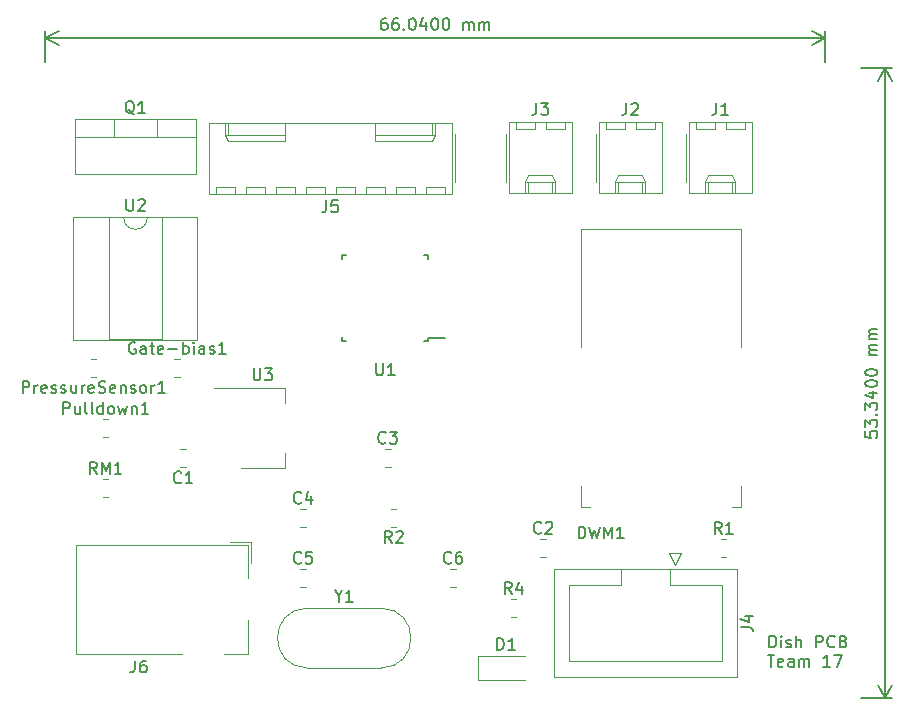
<source format=gbr>
G04 #@! TF.GenerationSoftware,KiCad,Pcbnew,7.0.10*
G04 #@! TF.CreationDate,2024-04-04T22:49:59-05:00*
G04 #@! TF.ProjectId,key,6b65792e-6b69-4636-9164-5f7063625858,rev?*
G04 #@! TF.SameCoordinates,Original*
G04 #@! TF.FileFunction,Legend,Top*
G04 #@! TF.FilePolarity,Positive*
%FSLAX46Y46*%
G04 Gerber Fmt 4.6, Leading zero omitted, Abs format (unit mm)*
G04 Created by KiCad (PCBNEW 7.0.10) date 2024-04-04 22:49:59*
%MOMM*%
%LPD*%
G01*
G04 APERTURE LIST*
%ADD10C,0.150000*%
%ADD11C,0.120000*%
G04 APERTURE END LIST*
D10*
X185756779Y-102399819D02*
X185756779Y-101399819D01*
X185756779Y-101399819D02*
X185994874Y-101399819D01*
X185994874Y-101399819D02*
X186137731Y-101447438D01*
X186137731Y-101447438D02*
X186232969Y-101542676D01*
X186232969Y-101542676D02*
X186280588Y-101637914D01*
X186280588Y-101637914D02*
X186328207Y-101828390D01*
X186328207Y-101828390D02*
X186328207Y-101971247D01*
X186328207Y-101971247D02*
X186280588Y-102161723D01*
X186280588Y-102161723D02*
X186232969Y-102256961D01*
X186232969Y-102256961D02*
X186137731Y-102352200D01*
X186137731Y-102352200D02*
X185994874Y-102399819D01*
X185994874Y-102399819D02*
X185756779Y-102399819D01*
X186756779Y-102399819D02*
X186756779Y-101733152D01*
X186756779Y-101399819D02*
X186709160Y-101447438D01*
X186709160Y-101447438D02*
X186756779Y-101495057D01*
X186756779Y-101495057D02*
X186804398Y-101447438D01*
X186804398Y-101447438D02*
X186756779Y-101399819D01*
X186756779Y-101399819D02*
X186756779Y-101495057D01*
X187185350Y-102352200D02*
X187280588Y-102399819D01*
X187280588Y-102399819D02*
X187471064Y-102399819D01*
X187471064Y-102399819D02*
X187566302Y-102352200D01*
X187566302Y-102352200D02*
X187613921Y-102256961D01*
X187613921Y-102256961D02*
X187613921Y-102209342D01*
X187613921Y-102209342D02*
X187566302Y-102114104D01*
X187566302Y-102114104D02*
X187471064Y-102066485D01*
X187471064Y-102066485D02*
X187328207Y-102066485D01*
X187328207Y-102066485D02*
X187232969Y-102018866D01*
X187232969Y-102018866D02*
X187185350Y-101923628D01*
X187185350Y-101923628D02*
X187185350Y-101876009D01*
X187185350Y-101876009D02*
X187232969Y-101780771D01*
X187232969Y-101780771D02*
X187328207Y-101733152D01*
X187328207Y-101733152D02*
X187471064Y-101733152D01*
X187471064Y-101733152D02*
X187566302Y-101780771D01*
X188042493Y-102399819D02*
X188042493Y-101399819D01*
X188471064Y-102399819D02*
X188471064Y-101876009D01*
X188471064Y-101876009D02*
X188423445Y-101780771D01*
X188423445Y-101780771D02*
X188328207Y-101733152D01*
X188328207Y-101733152D02*
X188185350Y-101733152D01*
X188185350Y-101733152D02*
X188090112Y-101780771D01*
X188090112Y-101780771D02*
X188042493Y-101828390D01*
X189709160Y-102399819D02*
X189709160Y-101399819D01*
X189709160Y-101399819D02*
X190090112Y-101399819D01*
X190090112Y-101399819D02*
X190185350Y-101447438D01*
X190185350Y-101447438D02*
X190232969Y-101495057D01*
X190232969Y-101495057D02*
X190280588Y-101590295D01*
X190280588Y-101590295D02*
X190280588Y-101733152D01*
X190280588Y-101733152D02*
X190232969Y-101828390D01*
X190232969Y-101828390D02*
X190185350Y-101876009D01*
X190185350Y-101876009D02*
X190090112Y-101923628D01*
X190090112Y-101923628D02*
X189709160Y-101923628D01*
X191280588Y-102304580D02*
X191232969Y-102352200D01*
X191232969Y-102352200D02*
X191090112Y-102399819D01*
X191090112Y-102399819D02*
X190994874Y-102399819D01*
X190994874Y-102399819D02*
X190852017Y-102352200D01*
X190852017Y-102352200D02*
X190756779Y-102256961D01*
X190756779Y-102256961D02*
X190709160Y-102161723D01*
X190709160Y-102161723D02*
X190661541Y-101971247D01*
X190661541Y-101971247D02*
X190661541Y-101828390D01*
X190661541Y-101828390D02*
X190709160Y-101637914D01*
X190709160Y-101637914D02*
X190756779Y-101542676D01*
X190756779Y-101542676D02*
X190852017Y-101447438D01*
X190852017Y-101447438D02*
X190994874Y-101399819D01*
X190994874Y-101399819D02*
X191090112Y-101399819D01*
X191090112Y-101399819D02*
X191232969Y-101447438D01*
X191232969Y-101447438D02*
X191280588Y-101495057D01*
X192042493Y-101876009D02*
X192185350Y-101923628D01*
X192185350Y-101923628D02*
X192232969Y-101971247D01*
X192232969Y-101971247D02*
X192280588Y-102066485D01*
X192280588Y-102066485D02*
X192280588Y-102209342D01*
X192280588Y-102209342D02*
X192232969Y-102304580D01*
X192232969Y-102304580D02*
X192185350Y-102352200D01*
X192185350Y-102352200D02*
X192090112Y-102399819D01*
X192090112Y-102399819D02*
X191709160Y-102399819D01*
X191709160Y-102399819D02*
X191709160Y-101399819D01*
X191709160Y-101399819D02*
X192042493Y-101399819D01*
X192042493Y-101399819D02*
X192137731Y-101447438D01*
X192137731Y-101447438D02*
X192185350Y-101495057D01*
X192185350Y-101495057D02*
X192232969Y-101590295D01*
X192232969Y-101590295D02*
X192232969Y-101685533D01*
X192232969Y-101685533D02*
X192185350Y-101780771D01*
X192185350Y-101780771D02*
X192137731Y-101828390D01*
X192137731Y-101828390D02*
X192042493Y-101876009D01*
X192042493Y-101876009D02*
X191709160Y-101876009D01*
X185613922Y-103009819D02*
X186185350Y-103009819D01*
X185899636Y-104009819D02*
X185899636Y-103009819D01*
X186899636Y-103962200D02*
X186804398Y-104009819D01*
X186804398Y-104009819D02*
X186613922Y-104009819D01*
X186613922Y-104009819D02*
X186518684Y-103962200D01*
X186518684Y-103962200D02*
X186471065Y-103866961D01*
X186471065Y-103866961D02*
X186471065Y-103486009D01*
X186471065Y-103486009D02*
X186518684Y-103390771D01*
X186518684Y-103390771D02*
X186613922Y-103343152D01*
X186613922Y-103343152D02*
X186804398Y-103343152D01*
X186804398Y-103343152D02*
X186899636Y-103390771D01*
X186899636Y-103390771D02*
X186947255Y-103486009D01*
X186947255Y-103486009D02*
X186947255Y-103581247D01*
X186947255Y-103581247D02*
X186471065Y-103676485D01*
X187804398Y-104009819D02*
X187804398Y-103486009D01*
X187804398Y-103486009D02*
X187756779Y-103390771D01*
X187756779Y-103390771D02*
X187661541Y-103343152D01*
X187661541Y-103343152D02*
X187471065Y-103343152D01*
X187471065Y-103343152D02*
X187375827Y-103390771D01*
X187804398Y-103962200D02*
X187709160Y-104009819D01*
X187709160Y-104009819D02*
X187471065Y-104009819D01*
X187471065Y-104009819D02*
X187375827Y-103962200D01*
X187375827Y-103962200D02*
X187328208Y-103866961D01*
X187328208Y-103866961D02*
X187328208Y-103771723D01*
X187328208Y-103771723D02*
X187375827Y-103676485D01*
X187375827Y-103676485D02*
X187471065Y-103628866D01*
X187471065Y-103628866D02*
X187709160Y-103628866D01*
X187709160Y-103628866D02*
X187804398Y-103581247D01*
X188280589Y-104009819D02*
X188280589Y-103343152D01*
X188280589Y-103438390D02*
X188328208Y-103390771D01*
X188328208Y-103390771D02*
X188423446Y-103343152D01*
X188423446Y-103343152D02*
X188566303Y-103343152D01*
X188566303Y-103343152D02*
X188661541Y-103390771D01*
X188661541Y-103390771D02*
X188709160Y-103486009D01*
X188709160Y-103486009D02*
X188709160Y-104009819D01*
X188709160Y-103486009D02*
X188756779Y-103390771D01*
X188756779Y-103390771D02*
X188852017Y-103343152D01*
X188852017Y-103343152D02*
X188994874Y-103343152D01*
X188994874Y-103343152D02*
X189090113Y-103390771D01*
X189090113Y-103390771D02*
X189137732Y-103486009D01*
X189137732Y-103486009D02*
X189137732Y-104009819D01*
X190899636Y-104009819D02*
X190328208Y-104009819D01*
X190613922Y-104009819D02*
X190613922Y-103009819D01*
X190613922Y-103009819D02*
X190518684Y-103152676D01*
X190518684Y-103152676D02*
X190423446Y-103247914D01*
X190423446Y-103247914D02*
X190328208Y-103295533D01*
X191232970Y-103009819D02*
X191899636Y-103009819D01*
X191899636Y-103009819D02*
X191471065Y-104009819D01*
X193884819Y-84105237D02*
X193884819Y-84581427D01*
X193884819Y-84581427D02*
X194361009Y-84629046D01*
X194361009Y-84629046D02*
X194313390Y-84581427D01*
X194313390Y-84581427D02*
X194265771Y-84486189D01*
X194265771Y-84486189D02*
X194265771Y-84248094D01*
X194265771Y-84248094D02*
X194313390Y-84152856D01*
X194313390Y-84152856D02*
X194361009Y-84105237D01*
X194361009Y-84105237D02*
X194456247Y-84057618D01*
X194456247Y-84057618D02*
X194694342Y-84057618D01*
X194694342Y-84057618D02*
X194789580Y-84105237D01*
X194789580Y-84105237D02*
X194837200Y-84152856D01*
X194837200Y-84152856D02*
X194884819Y-84248094D01*
X194884819Y-84248094D02*
X194884819Y-84486189D01*
X194884819Y-84486189D02*
X194837200Y-84581427D01*
X194837200Y-84581427D02*
X194789580Y-84629046D01*
X193884819Y-83724284D02*
X193884819Y-83105237D01*
X193884819Y-83105237D02*
X194265771Y-83438570D01*
X194265771Y-83438570D02*
X194265771Y-83295713D01*
X194265771Y-83295713D02*
X194313390Y-83200475D01*
X194313390Y-83200475D02*
X194361009Y-83152856D01*
X194361009Y-83152856D02*
X194456247Y-83105237D01*
X194456247Y-83105237D02*
X194694342Y-83105237D01*
X194694342Y-83105237D02*
X194789580Y-83152856D01*
X194789580Y-83152856D02*
X194837200Y-83200475D01*
X194837200Y-83200475D02*
X194884819Y-83295713D01*
X194884819Y-83295713D02*
X194884819Y-83581427D01*
X194884819Y-83581427D02*
X194837200Y-83676665D01*
X194837200Y-83676665D02*
X194789580Y-83724284D01*
X194789580Y-82676665D02*
X194837200Y-82629046D01*
X194837200Y-82629046D02*
X194884819Y-82676665D01*
X194884819Y-82676665D02*
X194837200Y-82724284D01*
X194837200Y-82724284D02*
X194789580Y-82676665D01*
X194789580Y-82676665D02*
X194884819Y-82676665D01*
X193884819Y-82295713D02*
X193884819Y-81676666D01*
X193884819Y-81676666D02*
X194265771Y-82009999D01*
X194265771Y-82009999D02*
X194265771Y-81867142D01*
X194265771Y-81867142D02*
X194313390Y-81771904D01*
X194313390Y-81771904D02*
X194361009Y-81724285D01*
X194361009Y-81724285D02*
X194456247Y-81676666D01*
X194456247Y-81676666D02*
X194694342Y-81676666D01*
X194694342Y-81676666D02*
X194789580Y-81724285D01*
X194789580Y-81724285D02*
X194837200Y-81771904D01*
X194837200Y-81771904D02*
X194884819Y-81867142D01*
X194884819Y-81867142D02*
X194884819Y-82152856D01*
X194884819Y-82152856D02*
X194837200Y-82248094D01*
X194837200Y-82248094D02*
X194789580Y-82295713D01*
X194218152Y-80819523D02*
X194884819Y-80819523D01*
X193837200Y-81057618D02*
X194551485Y-81295713D01*
X194551485Y-81295713D02*
X194551485Y-80676666D01*
X193884819Y-80105237D02*
X193884819Y-80009999D01*
X193884819Y-80009999D02*
X193932438Y-79914761D01*
X193932438Y-79914761D02*
X193980057Y-79867142D01*
X193980057Y-79867142D02*
X194075295Y-79819523D01*
X194075295Y-79819523D02*
X194265771Y-79771904D01*
X194265771Y-79771904D02*
X194503866Y-79771904D01*
X194503866Y-79771904D02*
X194694342Y-79819523D01*
X194694342Y-79819523D02*
X194789580Y-79867142D01*
X194789580Y-79867142D02*
X194837200Y-79914761D01*
X194837200Y-79914761D02*
X194884819Y-80009999D01*
X194884819Y-80009999D02*
X194884819Y-80105237D01*
X194884819Y-80105237D02*
X194837200Y-80200475D01*
X194837200Y-80200475D02*
X194789580Y-80248094D01*
X194789580Y-80248094D02*
X194694342Y-80295713D01*
X194694342Y-80295713D02*
X194503866Y-80343332D01*
X194503866Y-80343332D02*
X194265771Y-80343332D01*
X194265771Y-80343332D02*
X194075295Y-80295713D01*
X194075295Y-80295713D02*
X193980057Y-80248094D01*
X193980057Y-80248094D02*
X193932438Y-80200475D01*
X193932438Y-80200475D02*
X193884819Y-80105237D01*
X193884819Y-79152856D02*
X193884819Y-79057618D01*
X193884819Y-79057618D02*
X193932438Y-78962380D01*
X193932438Y-78962380D02*
X193980057Y-78914761D01*
X193980057Y-78914761D02*
X194075295Y-78867142D01*
X194075295Y-78867142D02*
X194265771Y-78819523D01*
X194265771Y-78819523D02*
X194503866Y-78819523D01*
X194503866Y-78819523D02*
X194694342Y-78867142D01*
X194694342Y-78867142D02*
X194789580Y-78914761D01*
X194789580Y-78914761D02*
X194837200Y-78962380D01*
X194837200Y-78962380D02*
X194884819Y-79057618D01*
X194884819Y-79057618D02*
X194884819Y-79152856D01*
X194884819Y-79152856D02*
X194837200Y-79248094D01*
X194837200Y-79248094D02*
X194789580Y-79295713D01*
X194789580Y-79295713D02*
X194694342Y-79343332D01*
X194694342Y-79343332D02*
X194503866Y-79390951D01*
X194503866Y-79390951D02*
X194265771Y-79390951D01*
X194265771Y-79390951D02*
X194075295Y-79343332D01*
X194075295Y-79343332D02*
X193980057Y-79295713D01*
X193980057Y-79295713D02*
X193932438Y-79248094D01*
X193932438Y-79248094D02*
X193884819Y-79152856D01*
X194884819Y-77629046D02*
X194218152Y-77629046D01*
X194313390Y-77629046D02*
X194265771Y-77581427D01*
X194265771Y-77581427D02*
X194218152Y-77486189D01*
X194218152Y-77486189D02*
X194218152Y-77343332D01*
X194218152Y-77343332D02*
X194265771Y-77248094D01*
X194265771Y-77248094D02*
X194361009Y-77200475D01*
X194361009Y-77200475D02*
X194884819Y-77200475D01*
X194361009Y-77200475D02*
X194265771Y-77152856D01*
X194265771Y-77152856D02*
X194218152Y-77057618D01*
X194218152Y-77057618D02*
X194218152Y-76914761D01*
X194218152Y-76914761D02*
X194265771Y-76819522D01*
X194265771Y-76819522D02*
X194361009Y-76771903D01*
X194361009Y-76771903D02*
X194884819Y-76771903D01*
X194884819Y-76295713D02*
X194218152Y-76295713D01*
X194313390Y-76295713D02*
X194265771Y-76248094D01*
X194265771Y-76248094D02*
X194218152Y-76152856D01*
X194218152Y-76152856D02*
X194218152Y-76009999D01*
X194218152Y-76009999D02*
X194265771Y-75914761D01*
X194265771Y-75914761D02*
X194361009Y-75867142D01*
X194361009Y-75867142D02*
X194884819Y-75867142D01*
X194361009Y-75867142D02*
X194265771Y-75819523D01*
X194265771Y-75819523D02*
X194218152Y-75724285D01*
X194218152Y-75724285D02*
X194218152Y-75581428D01*
X194218152Y-75581428D02*
X194265771Y-75486189D01*
X194265771Y-75486189D02*
X194361009Y-75438570D01*
X194361009Y-75438570D02*
X194884819Y-75438570D01*
X193540000Y-53340000D02*
X196166420Y-53340000D01*
X193540000Y-106680000D02*
X196166420Y-106680000D01*
X195580000Y-53340000D02*
X195580000Y-106680000D01*
X195580000Y-53340000D02*
X195580000Y-106680000D01*
X195580000Y-53340000D02*
X196166421Y-54466504D01*
X195580000Y-53340000D02*
X194993579Y-54466504D01*
X195580000Y-106680000D02*
X194993579Y-105553496D01*
X195580000Y-106680000D02*
X196166421Y-105553496D01*
X153337143Y-49104819D02*
X153146667Y-49104819D01*
X153146667Y-49104819D02*
X153051429Y-49152438D01*
X153051429Y-49152438D02*
X153003810Y-49200057D01*
X153003810Y-49200057D02*
X152908572Y-49342914D01*
X152908572Y-49342914D02*
X152860953Y-49533390D01*
X152860953Y-49533390D02*
X152860953Y-49914342D01*
X152860953Y-49914342D02*
X152908572Y-50009580D01*
X152908572Y-50009580D02*
X152956191Y-50057200D01*
X152956191Y-50057200D02*
X153051429Y-50104819D01*
X153051429Y-50104819D02*
X153241905Y-50104819D01*
X153241905Y-50104819D02*
X153337143Y-50057200D01*
X153337143Y-50057200D02*
X153384762Y-50009580D01*
X153384762Y-50009580D02*
X153432381Y-49914342D01*
X153432381Y-49914342D02*
X153432381Y-49676247D01*
X153432381Y-49676247D02*
X153384762Y-49581009D01*
X153384762Y-49581009D02*
X153337143Y-49533390D01*
X153337143Y-49533390D02*
X153241905Y-49485771D01*
X153241905Y-49485771D02*
X153051429Y-49485771D01*
X153051429Y-49485771D02*
X152956191Y-49533390D01*
X152956191Y-49533390D02*
X152908572Y-49581009D01*
X152908572Y-49581009D02*
X152860953Y-49676247D01*
X154289524Y-49104819D02*
X154099048Y-49104819D01*
X154099048Y-49104819D02*
X154003810Y-49152438D01*
X154003810Y-49152438D02*
X153956191Y-49200057D01*
X153956191Y-49200057D02*
X153860953Y-49342914D01*
X153860953Y-49342914D02*
X153813334Y-49533390D01*
X153813334Y-49533390D02*
X153813334Y-49914342D01*
X153813334Y-49914342D02*
X153860953Y-50009580D01*
X153860953Y-50009580D02*
X153908572Y-50057200D01*
X153908572Y-50057200D02*
X154003810Y-50104819D01*
X154003810Y-50104819D02*
X154194286Y-50104819D01*
X154194286Y-50104819D02*
X154289524Y-50057200D01*
X154289524Y-50057200D02*
X154337143Y-50009580D01*
X154337143Y-50009580D02*
X154384762Y-49914342D01*
X154384762Y-49914342D02*
X154384762Y-49676247D01*
X154384762Y-49676247D02*
X154337143Y-49581009D01*
X154337143Y-49581009D02*
X154289524Y-49533390D01*
X154289524Y-49533390D02*
X154194286Y-49485771D01*
X154194286Y-49485771D02*
X154003810Y-49485771D01*
X154003810Y-49485771D02*
X153908572Y-49533390D01*
X153908572Y-49533390D02*
X153860953Y-49581009D01*
X153860953Y-49581009D02*
X153813334Y-49676247D01*
X154813334Y-50009580D02*
X154860953Y-50057200D01*
X154860953Y-50057200D02*
X154813334Y-50104819D01*
X154813334Y-50104819D02*
X154765715Y-50057200D01*
X154765715Y-50057200D02*
X154813334Y-50009580D01*
X154813334Y-50009580D02*
X154813334Y-50104819D01*
X155480000Y-49104819D02*
X155575238Y-49104819D01*
X155575238Y-49104819D02*
X155670476Y-49152438D01*
X155670476Y-49152438D02*
X155718095Y-49200057D01*
X155718095Y-49200057D02*
X155765714Y-49295295D01*
X155765714Y-49295295D02*
X155813333Y-49485771D01*
X155813333Y-49485771D02*
X155813333Y-49723866D01*
X155813333Y-49723866D02*
X155765714Y-49914342D01*
X155765714Y-49914342D02*
X155718095Y-50009580D01*
X155718095Y-50009580D02*
X155670476Y-50057200D01*
X155670476Y-50057200D02*
X155575238Y-50104819D01*
X155575238Y-50104819D02*
X155480000Y-50104819D01*
X155480000Y-50104819D02*
X155384762Y-50057200D01*
X155384762Y-50057200D02*
X155337143Y-50009580D01*
X155337143Y-50009580D02*
X155289524Y-49914342D01*
X155289524Y-49914342D02*
X155241905Y-49723866D01*
X155241905Y-49723866D02*
X155241905Y-49485771D01*
X155241905Y-49485771D02*
X155289524Y-49295295D01*
X155289524Y-49295295D02*
X155337143Y-49200057D01*
X155337143Y-49200057D02*
X155384762Y-49152438D01*
X155384762Y-49152438D02*
X155480000Y-49104819D01*
X156670476Y-49438152D02*
X156670476Y-50104819D01*
X156432381Y-49057200D02*
X156194286Y-49771485D01*
X156194286Y-49771485D02*
X156813333Y-49771485D01*
X157384762Y-49104819D02*
X157480000Y-49104819D01*
X157480000Y-49104819D02*
X157575238Y-49152438D01*
X157575238Y-49152438D02*
X157622857Y-49200057D01*
X157622857Y-49200057D02*
X157670476Y-49295295D01*
X157670476Y-49295295D02*
X157718095Y-49485771D01*
X157718095Y-49485771D02*
X157718095Y-49723866D01*
X157718095Y-49723866D02*
X157670476Y-49914342D01*
X157670476Y-49914342D02*
X157622857Y-50009580D01*
X157622857Y-50009580D02*
X157575238Y-50057200D01*
X157575238Y-50057200D02*
X157480000Y-50104819D01*
X157480000Y-50104819D02*
X157384762Y-50104819D01*
X157384762Y-50104819D02*
X157289524Y-50057200D01*
X157289524Y-50057200D02*
X157241905Y-50009580D01*
X157241905Y-50009580D02*
X157194286Y-49914342D01*
X157194286Y-49914342D02*
X157146667Y-49723866D01*
X157146667Y-49723866D02*
X157146667Y-49485771D01*
X157146667Y-49485771D02*
X157194286Y-49295295D01*
X157194286Y-49295295D02*
X157241905Y-49200057D01*
X157241905Y-49200057D02*
X157289524Y-49152438D01*
X157289524Y-49152438D02*
X157384762Y-49104819D01*
X158337143Y-49104819D02*
X158432381Y-49104819D01*
X158432381Y-49104819D02*
X158527619Y-49152438D01*
X158527619Y-49152438D02*
X158575238Y-49200057D01*
X158575238Y-49200057D02*
X158622857Y-49295295D01*
X158622857Y-49295295D02*
X158670476Y-49485771D01*
X158670476Y-49485771D02*
X158670476Y-49723866D01*
X158670476Y-49723866D02*
X158622857Y-49914342D01*
X158622857Y-49914342D02*
X158575238Y-50009580D01*
X158575238Y-50009580D02*
X158527619Y-50057200D01*
X158527619Y-50057200D02*
X158432381Y-50104819D01*
X158432381Y-50104819D02*
X158337143Y-50104819D01*
X158337143Y-50104819D02*
X158241905Y-50057200D01*
X158241905Y-50057200D02*
X158194286Y-50009580D01*
X158194286Y-50009580D02*
X158146667Y-49914342D01*
X158146667Y-49914342D02*
X158099048Y-49723866D01*
X158099048Y-49723866D02*
X158099048Y-49485771D01*
X158099048Y-49485771D02*
X158146667Y-49295295D01*
X158146667Y-49295295D02*
X158194286Y-49200057D01*
X158194286Y-49200057D02*
X158241905Y-49152438D01*
X158241905Y-49152438D02*
X158337143Y-49104819D01*
X159860953Y-50104819D02*
X159860953Y-49438152D01*
X159860953Y-49533390D02*
X159908572Y-49485771D01*
X159908572Y-49485771D02*
X160003810Y-49438152D01*
X160003810Y-49438152D02*
X160146667Y-49438152D01*
X160146667Y-49438152D02*
X160241905Y-49485771D01*
X160241905Y-49485771D02*
X160289524Y-49581009D01*
X160289524Y-49581009D02*
X160289524Y-50104819D01*
X160289524Y-49581009D02*
X160337143Y-49485771D01*
X160337143Y-49485771D02*
X160432381Y-49438152D01*
X160432381Y-49438152D02*
X160575238Y-49438152D01*
X160575238Y-49438152D02*
X160670477Y-49485771D01*
X160670477Y-49485771D02*
X160718096Y-49581009D01*
X160718096Y-49581009D02*
X160718096Y-50104819D01*
X161194286Y-50104819D02*
X161194286Y-49438152D01*
X161194286Y-49533390D02*
X161241905Y-49485771D01*
X161241905Y-49485771D02*
X161337143Y-49438152D01*
X161337143Y-49438152D02*
X161480000Y-49438152D01*
X161480000Y-49438152D02*
X161575238Y-49485771D01*
X161575238Y-49485771D02*
X161622857Y-49581009D01*
X161622857Y-49581009D02*
X161622857Y-50104819D01*
X161622857Y-49581009D02*
X161670476Y-49485771D01*
X161670476Y-49485771D02*
X161765714Y-49438152D01*
X161765714Y-49438152D02*
X161908571Y-49438152D01*
X161908571Y-49438152D02*
X162003810Y-49485771D01*
X162003810Y-49485771D02*
X162051429Y-49581009D01*
X162051429Y-49581009D02*
X162051429Y-50104819D01*
X190500000Y-52840000D02*
X190500000Y-50213580D01*
X124460000Y-52840000D02*
X124460000Y-50213580D01*
X190500000Y-50800000D02*
X124460000Y-50800000D01*
X190500000Y-50800000D02*
X124460000Y-50800000D01*
X190500000Y-50800000D02*
X189373496Y-51386421D01*
X190500000Y-50800000D02*
X189373496Y-50213579D01*
X124460000Y-50800000D02*
X125586504Y-50213579D01*
X124460000Y-50800000D02*
X125586504Y-51386421D01*
X183354819Y-100663333D02*
X184069104Y-100663333D01*
X184069104Y-100663333D02*
X184211961Y-100710952D01*
X184211961Y-100710952D02*
X184307200Y-100806190D01*
X184307200Y-100806190D02*
X184354819Y-100949047D01*
X184354819Y-100949047D02*
X184354819Y-101044285D01*
X183688152Y-99758571D02*
X184354819Y-99758571D01*
X183307200Y-99996666D02*
X184021485Y-100234761D01*
X184021485Y-100234761D02*
X184021485Y-99615714D01*
X132072380Y-76592438D02*
X131977142Y-76544819D01*
X131977142Y-76544819D02*
X131834285Y-76544819D01*
X131834285Y-76544819D02*
X131691428Y-76592438D01*
X131691428Y-76592438D02*
X131596190Y-76687676D01*
X131596190Y-76687676D02*
X131548571Y-76782914D01*
X131548571Y-76782914D02*
X131500952Y-76973390D01*
X131500952Y-76973390D02*
X131500952Y-77116247D01*
X131500952Y-77116247D02*
X131548571Y-77306723D01*
X131548571Y-77306723D02*
X131596190Y-77401961D01*
X131596190Y-77401961D02*
X131691428Y-77497200D01*
X131691428Y-77497200D02*
X131834285Y-77544819D01*
X131834285Y-77544819D02*
X131929523Y-77544819D01*
X131929523Y-77544819D02*
X132072380Y-77497200D01*
X132072380Y-77497200D02*
X132119999Y-77449580D01*
X132119999Y-77449580D02*
X132119999Y-77116247D01*
X132119999Y-77116247D02*
X131929523Y-77116247D01*
X132977142Y-77544819D02*
X132977142Y-77021009D01*
X132977142Y-77021009D02*
X132929523Y-76925771D01*
X132929523Y-76925771D02*
X132834285Y-76878152D01*
X132834285Y-76878152D02*
X132643809Y-76878152D01*
X132643809Y-76878152D02*
X132548571Y-76925771D01*
X132977142Y-77497200D02*
X132881904Y-77544819D01*
X132881904Y-77544819D02*
X132643809Y-77544819D01*
X132643809Y-77544819D02*
X132548571Y-77497200D01*
X132548571Y-77497200D02*
X132500952Y-77401961D01*
X132500952Y-77401961D02*
X132500952Y-77306723D01*
X132500952Y-77306723D02*
X132548571Y-77211485D01*
X132548571Y-77211485D02*
X132643809Y-77163866D01*
X132643809Y-77163866D02*
X132881904Y-77163866D01*
X132881904Y-77163866D02*
X132977142Y-77116247D01*
X133310476Y-76878152D02*
X133691428Y-76878152D01*
X133453333Y-76544819D02*
X133453333Y-77401961D01*
X133453333Y-77401961D02*
X133500952Y-77497200D01*
X133500952Y-77497200D02*
X133596190Y-77544819D01*
X133596190Y-77544819D02*
X133691428Y-77544819D01*
X134405714Y-77497200D02*
X134310476Y-77544819D01*
X134310476Y-77544819D02*
X134120000Y-77544819D01*
X134120000Y-77544819D02*
X134024762Y-77497200D01*
X134024762Y-77497200D02*
X133977143Y-77401961D01*
X133977143Y-77401961D02*
X133977143Y-77021009D01*
X133977143Y-77021009D02*
X134024762Y-76925771D01*
X134024762Y-76925771D02*
X134120000Y-76878152D01*
X134120000Y-76878152D02*
X134310476Y-76878152D01*
X134310476Y-76878152D02*
X134405714Y-76925771D01*
X134405714Y-76925771D02*
X134453333Y-77021009D01*
X134453333Y-77021009D02*
X134453333Y-77116247D01*
X134453333Y-77116247D02*
X133977143Y-77211485D01*
X134881905Y-77163866D02*
X135643810Y-77163866D01*
X136120000Y-77544819D02*
X136120000Y-76544819D01*
X136120000Y-76925771D02*
X136215238Y-76878152D01*
X136215238Y-76878152D02*
X136405714Y-76878152D01*
X136405714Y-76878152D02*
X136500952Y-76925771D01*
X136500952Y-76925771D02*
X136548571Y-76973390D01*
X136548571Y-76973390D02*
X136596190Y-77068628D01*
X136596190Y-77068628D02*
X136596190Y-77354342D01*
X136596190Y-77354342D02*
X136548571Y-77449580D01*
X136548571Y-77449580D02*
X136500952Y-77497200D01*
X136500952Y-77497200D02*
X136405714Y-77544819D01*
X136405714Y-77544819D02*
X136215238Y-77544819D01*
X136215238Y-77544819D02*
X136120000Y-77497200D01*
X137024762Y-77544819D02*
X137024762Y-76878152D01*
X137024762Y-76544819D02*
X136977143Y-76592438D01*
X136977143Y-76592438D02*
X137024762Y-76640057D01*
X137024762Y-76640057D02*
X137072381Y-76592438D01*
X137072381Y-76592438D02*
X137024762Y-76544819D01*
X137024762Y-76544819D02*
X137024762Y-76640057D01*
X137929523Y-77544819D02*
X137929523Y-77021009D01*
X137929523Y-77021009D02*
X137881904Y-76925771D01*
X137881904Y-76925771D02*
X137786666Y-76878152D01*
X137786666Y-76878152D02*
X137596190Y-76878152D01*
X137596190Y-76878152D02*
X137500952Y-76925771D01*
X137929523Y-77497200D02*
X137834285Y-77544819D01*
X137834285Y-77544819D02*
X137596190Y-77544819D01*
X137596190Y-77544819D02*
X137500952Y-77497200D01*
X137500952Y-77497200D02*
X137453333Y-77401961D01*
X137453333Y-77401961D02*
X137453333Y-77306723D01*
X137453333Y-77306723D02*
X137500952Y-77211485D01*
X137500952Y-77211485D02*
X137596190Y-77163866D01*
X137596190Y-77163866D02*
X137834285Y-77163866D01*
X137834285Y-77163866D02*
X137929523Y-77116247D01*
X138358095Y-77497200D02*
X138453333Y-77544819D01*
X138453333Y-77544819D02*
X138643809Y-77544819D01*
X138643809Y-77544819D02*
X138739047Y-77497200D01*
X138739047Y-77497200D02*
X138786666Y-77401961D01*
X138786666Y-77401961D02*
X138786666Y-77354342D01*
X138786666Y-77354342D02*
X138739047Y-77259104D01*
X138739047Y-77259104D02*
X138643809Y-77211485D01*
X138643809Y-77211485D02*
X138500952Y-77211485D01*
X138500952Y-77211485D02*
X138405714Y-77163866D01*
X138405714Y-77163866D02*
X138358095Y-77068628D01*
X138358095Y-77068628D02*
X138358095Y-77021009D01*
X138358095Y-77021009D02*
X138405714Y-76925771D01*
X138405714Y-76925771D02*
X138500952Y-76878152D01*
X138500952Y-76878152D02*
X138643809Y-76878152D01*
X138643809Y-76878152D02*
X138739047Y-76925771D01*
X139739047Y-77544819D02*
X139167619Y-77544819D01*
X139453333Y-77544819D02*
X139453333Y-76544819D01*
X139453333Y-76544819D02*
X139358095Y-76687676D01*
X139358095Y-76687676D02*
X139262857Y-76782914D01*
X139262857Y-76782914D02*
X139167619Y-76830533D01*
X153773333Y-93544819D02*
X153440000Y-93068628D01*
X153201905Y-93544819D02*
X153201905Y-92544819D01*
X153201905Y-92544819D02*
X153582857Y-92544819D01*
X153582857Y-92544819D02*
X153678095Y-92592438D01*
X153678095Y-92592438D02*
X153725714Y-92640057D01*
X153725714Y-92640057D02*
X153773333Y-92735295D01*
X153773333Y-92735295D02*
X153773333Y-92878152D01*
X153773333Y-92878152D02*
X153725714Y-92973390D01*
X153725714Y-92973390D02*
X153678095Y-93021009D01*
X153678095Y-93021009D02*
X153582857Y-93068628D01*
X153582857Y-93068628D02*
X153201905Y-93068628D01*
X154154286Y-92640057D02*
X154201905Y-92592438D01*
X154201905Y-92592438D02*
X154297143Y-92544819D01*
X154297143Y-92544819D02*
X154535238Y-92544819D01*
X154535238Y-92544819D02*
X154630476Y-92592438D01*
X154630476Y-92592438D02*
X154678095Y-92640057D01*
X154678095Y-92640057D02*
X154725714Y-92735295D01*
X154725714Y-92735295D02*
X154725714Y-92830533D01*
X154725714Y-92830533D02*
X154678095Y-92973390D01*
X154678095Y-92973390D02*
X154106667Y-93544819D01*
X154106667Y-93544819D02*
X154725714Y-93544819D01*
X162711905Y-102594819D02*
X162711905Y-101594819D01*
X162711905Y-101594819D02*
X162950000Y-101594819D01*
X162950000Y-101594819D02*
X163092857Y-101642438D01*
X163092857Y-101642438D02*
X163188095Y-101737676D01*
X163188095Y-101737676D02*
X163235714Y-101832914D01*
X163235714Y-101832914D02*
X163283333Y-102023390D01*
X163283333Y-102023390D02*
X163283333Y-102166247D01*
X163283333Y-102166247D02*
X163235714Y-102356723D01*
X163235714Y-102356723D02*
X163188095Y-102451961D01*
X163188095Y-102451961D02*
X163092857Y-102547200D01*
X163092857Y-102547200D02*
X162950000Y-102594819D01*
X162950000Y-102594819D02*
X162711905Y-102594819D01*
X164235714Y-102594819D02*
X163664286Y-102594819D01*
X163950000Y-102594819D02*
X163950000Y-101594819D01*
X163950000Y-101594819D02*
X163854762Y-101737676D01*
X163854762Y-101737676D02*
X163759524Y-101832914D01*
X163759524Y-101832914D02*
X163664286Y-101880533D01*
X131328095Y-64444819D02*
X131328095Y-65254342D01*
X131328095Y-65254342D02*
X131375714Y-65349580D01*
X131375714Y-65349580D02*
X131423333Y-65397200D01*
X131423333Y-65397200D02*
X131518571Y-65444819D01*
X131518571Y-65444819D02*
X131709047Y-65444819D01*
X131709047Y-65444819D02*
X131804285Y-65397200D01*
X131804285Y-65397200D02*
X131851904Y-65349580D01*
X131851904Y-65349580D02*
X131899523Y-65254342D01*
X131899523Y-65254342D02*
X131899523Y-64444819D01*
X132328095Y-64540057D02*
X132375714Y-64492438D01*
X132375714Y-64492438D02*
X132470952Y-64444819D01*
X132470952Y-64444819D02*
X132709047Y-64444819D01*
X132709047Y-64444819D02*
X132804285Y-64492438D01*
X132804285Y-64492438D02*
X132851904Y-64540057D01*
X132851904Y-64540057D02*
X132899523Y-64635295D01*
X132899523Y-64635295D02*
X132899523Y-64730533D01*
X132899523Y-64730533D02*
X132851904Y-64873390D01*
X132851904Y-64873390D02*
X132280476Y-65444819D01*
X132280476Y-65444819D02*
X132899523Y-65444819D01*
X149283809Y-98053628D02*
X149283809Y-98529819D01*
X148950476Y-97529819D02*
X149283809Y-98053628D01*
X149283809Y-98053628D02*
X149617142Y-97529819D01*
X150474285Y-98529819D02*
X149902857Y-98529819D01*
X150188571Y-98529819D02*
X150188571Y-97529819D01*
X150188571Y-97529819D02*
X150093333Y-97672676D01*
X150093333Y-97672676D02*
X149998095Y-97767914D01*
X149998095Y-97767914D02*
X149902857Y-97815533D01*
X152468095Y-78334819D02*
X152468095Y-79144342D01*
X152468095Y-79144342D02*
X152515714Y-79239580D01*
X152515714Y-79239580D02*
X152563333Y-79287200D01*
X152563333Y-79287200D02*
X152658571Y-79334819D01*
X152658571Y-79334819D02*
X152849047Y-79334819D01*
X152849047Y-79334819D02*
X152944285Y-79287200D01*
X152944285Y-79287200D02*
X152991904Y-79239580D01*
X152991904Y-79239580D02*
X153039523Y-79144342D01*
X153039523Y-79144342D02*
X153039523Y-78334819D01*
X154039523Y-79334819D02*
X153468095Y-79334819D01*
X153753809Y-79334819D02*
X153753809Y-78334819D01*
X153753809Y-78334819D02*
X153658571Y-78477676D01*
X153658571Y-78477676D02*
X153563333Y-78572914D01*
X153563333Y-78572914D02*
X153468095Y-78620533D01*
X122539999Y-80844819D02*
X122539999Y-79844819D01*
X122539999Y-79844819D02*
X122920951Y-79844819D01*
X122920951Y-79844819D02*
X123016189Y-79892438D01*
X123016189Y-79892438D02*
X123063808Y-79940057D01*
X123063808Y-79940057D02*
X123111427Y-80035295D01*
X123111427Y-80035295D02*
X123111427Y-80178152D01*
X123111427Y-80178152D02*
X123063808Y-80273390D01*
X123063808Y-80273390D02*
X123016189Y-80321009D01*
X123016189Y-80321009D02*
X122920951Y-80368628D01*
X122920951Y-80368628D02*
X122539999Y-80368628D01*
X123539999Y-80844819D02*
X123539999Y-80178152D01*
X123539999Y-80368628D02*
X123587618Y-80273390D01*
X123587618Y-80273390D02*
X123635237Y-80225771D01*
X123635237Y-80225771D02*
X123730475Y-80178152D01*
X123730475Y-80178152D02*
X123825713Y-80178152D01*
X124539999Y-80797200D02*
X124444761Y-80844819D01*
X124444761Y-80844819D02*
X124254285Y-80844819D01*
X124254285Y-80844819D02*
X124159047Y-80797200D01*
X124159047Y-80797200D02*
X124111428Y-80701961D01*
X124111428Y-80701961D02*
X124111428Y-80321009D01*
X124111428Y-80321009D02*
X124159047Y-80225771D01*
X124159047Y-80225771D02*
X124254285Y-80178152D01*
X124254285Y-80178152D02*
X124444761Y-80178152D01*
X124444761Y-80178152D02*
X124539999Y-80225771D01*
X124539999Y-80225771D02*
X124587618Y-80321009D01*
X124587618Y-80321009D02*
X124587618Y-80416247D01*
X124587618Y-80416247D02*
X124111428Y-80511485D01*
X124968571Y-80797200D02*
X125063809Y-80844819D01*
X125063809Y-80844819D02*
X125254285Y-80844819D01*
X125254285Y-80844819D02*
X125349523Y-80797200D01*
X125349523Y-80797200D02*
X125397142Y-80701961D01*
X125397142Y-80701961D02*
X125397142Y-80654342D01*
X125397142Y-80654342D02*
X125349523Y-80559104D01*
X125349523Y-80559104D02*
X125254285Y-80511485D01*
X125254285Y-80511485D02*
X125111428Y-80511485D01*
X125111428Y-80511485D02*
X125016190Y-80463866D01*
X125016190Y-80463866D02*
X124968571Y-80368628D01*
X124968571Y-80368628D02*
X124968571Y-80321009D01*
X124968571Y-80321009D02*
X125016190Y-80225771D01*
X125016190Y-80225771D02*
X125111428Y-80178152D01*
X125111428Y-80178152D02*
X125254285Y-80178152D01*
X125254285Y-80178152D02*
X125349523Y-80225771D01*
X125778095Y-80797200D02*
X125873333Y-80844819D01*
X125873333Y-80844819D02*
X126063809Y-80844819D01*
X126063809Y-80844819D02*
X126159047Y-80797200D01*
X126159047Y-80797200D02*
X126206666Y-80701961D01*
X126206666Y-80701961D02*
X126206666Y-80654342D01*
X126206666Y-80654342D02*
X126159047Y-80559104D01*
X126159047Y-80559104D02*
X126063809Y-80511485D01*
X126063809Y-80511485D02*
X125920952Y-80511485D01*
X125920952Y-80511485D02*
X125825714Y-80463866D01*
X125825714Y-80463866D02*
X125778095Y-80368628D01*
X125778095Y-80368628D02*
X125778095Y-80321009D01*
X125778095Y-80321009D02*
X125825714Y-80225771D01*
X125825714Y-80225771D02*
X125920952Y-80178152D01*
X125920952Y-80178152D02*
X126063809Y-80178152D01*
X126063809Y-80178152D02*
X126159047Y-80225771D01*
X127063809Y-80178152D02*
X127063809Y-80844819D01*
X126635238Y-80178152D02*
X126635238Y-80701961D01*
X126635238Y-80701961D02*
X126682857Y-80797200D01*
X126682857Y-80797200D02*
X126778095Y-80844819D01*
X126778095Y-80844819D02*
X126920952Y-80844819D01*
X126920952Y-80844819D02*
X127016190Y-80797200D01*
X127016190Y-80797200D02*
X127063809Y-80749580D01*
X127540000Y-80844819D02*
X127540000Y-80178152D01*
X127540000Y-80368628D02*
X127587619Y-80273390D01*
X127587619Y-80273390D02*
X127635238Y-80225771D01*
X127635238Y-80225771D02*
X127730476Y-80178152D01*
X127730476Y-80178152D02*
X127825714Y-80178152D01*
X128540000Y-80797200D02*
X128444762Y-80844819D01*
X128444762Y-80844819D02*
X128254286Y-80844819D01*
X128254286Y-80844819D02*
X128159048Y-80797200D01*
X128159048Y-80797200D02*
X128111429Y-80701961D01*
X128111429Y-80701961D02*
X128111429Y-80321009D01*
X128111429Y-80321009D02*
X128159048Y-80225771D01*
X128159048Y-80225771D02*
X128254286Y-80178152D01*
X128254286Y-80178152D02*
X128444762Y-80178152D01*
X128444762Y-80178152D02*
X128540000Y-80225771D01*
X128540000Y-80225771D02*
X128587619Y-80321009D01*
X128587619Y-80321009D02*
X128587619Y-80416247D01*
X128587619Y-80416247D02*
X128111429Y-80511485D01*
X128968572Y-80797200D02*
X129111429Y-80844819D01*
X129111429Y-80844819D02*
X129349524Y-80844819D01*
X129349524Y-80844819D02*
X129444762Y-80797200D01*
X129444762Y-80797200D02*
X129492381Y-80749580D01*
X129492381Y-80749580D02*
X129540000Y-80654342D01*
X129540000Y-80654342D02*
X129540000Y-80559104D01*
X129540000Y-80559104D02*
X129492381Y-80463866D01*
X129492381Y-80463866D02*
X129444762Y-80416247D01*
X129444762Y-80416247D02*
X129349524Y-80368628D01*
X129349524Y-80368628D02*
X129159048Y-80321009D01*
X129159048Y-80321009D02*
X129063810Y-80273390D01*
X129063810Y-80273390D02*
X129016191Y-80225771D01*
X129016191Y-80225771D02*
X128968572Y-80130533D01*
X128968572Y-80130533D02*
X128968572Y-80035295D01*
X128968572Y-80035295D02*
X129016191Y-79940057D01*
X129016191Y-79940057D02*
X129063810Y-79892438D01*
X129063810Y-79892438D02*
X129159048Y-79844819D01*
X129159048Y-79844819D02*
X129397143Y-79844819D01*
X129397143Y-79844819D02*
X129540000Y-79892438D01*
X130349524Y-80797200D02*
X130254286Y-80844819D01*
X130254286Y-80844819D02*
X130063810Y-80844819D01*
X130063810Y-80844819D02*
X129968572Y-80797200D01*
X129968572Y-80797200D02*
X129920953Y-80701961D01*
X129920953Y-80701961D02*
X129920953Y-80321009D01*
X129920953Y-80321009D02*
X129968572Y-80225771D01*
X129968572Y-80225771D02*
X130063810Y-80178152D01*
X130063810Y-80178152D02*
X130254286Y-80178152D01*
X130254286Y-80178152D02*
X130349524Y-80225771D01*
X130349524Y-80225771D02*
X130397143Y-80321009D01*
X130397143Y-80321009D02*
X130397143Y-80416247D01*
X130397143Y-80416247D02*
X129920953Y-80511485D01*
X130825715Y-80178152D02*
X130825715Y-80844819D01*
X130825715Y-80273390D02*
X130873334Y-80225771D01*
X130873334Y-80225771D02*
X130968572Y-80178152D01*
X130968572Y-80178152D02*
X131111429Y-80178152D01*
X131111429Y-80178152D02*
X131206667Y-80225771D01*
X131206667Y-80225771D02*
X131254286Y-80321009D01*
X131254286Y-80321009D02*
X131254286Y-80844819D01*
X131682858Y-80797200D02*
X131778096Y-80844819D01*
X131778096Y-80844819D02*
X131968572Y-80844819D01*
X131968572Y-80844819D02*
X132063810Y-80797200D01*
X132063810Y-80797200D02*
X132111429Y-80701961D01*
X132111429Y-80701961D02*
X132111429Y-80654342D01*
X132111429Y-80654342D02*
X132063810Y-80559104D01*
X132063810Y-80559104D02*
X131968572Y-80511485D01*
X131968572Y-80511485D02*
X131825715Y-80511485D01*
X131825715Y-80511485D02*
X131730477Y-80463866D01*
X131730477Y-80463866D02*
X131682858Y-80368628D01*
X131682858Y-80368628D02*
X131682858Y-80321009D01*
X131682858Y-80321009D02*
X131730477Y-80225771D01*
X131730477Y-80225771D02*
X131825715Y-80178152D01*
X131825715Y-80178152D02*
X131968572Y-80178152D01*
X131968572Y-80178152D02*
X132063810Y-80225771D01*
X132682858Y-80844819D02*
X132587620Y-80797200D01*
X132587620Y-80797200D02*
X132540001Y-80749580D01*
X132540001Y-80749580D02*
X132492382Y-80654342D01*
X132492382Y-80654342D02*
X132492382Y-80368628D01*
X132492382Y-80368628D02*
X132540001Y-80273390D01*
X132540001Y-80273390D02*
X132587620Y-80225771D01*
X132587620Y-80225771D02*
X132682858Y-80178152D01*
X132682858Y-80178152D02*
X132825715Y-80178152D01*
X132825715Y-80178152D02*
X132920953Y-80225771D01*
X132920953Y-80225771D02*
X132968572Y-80273390D01*
X132968572Y-80273390D02*
X133016191Y-80368628D01*
X133016191Y-80368628D02*
X133016191Y-80654342D01*
X133016191Y-80654342D02*
X132968572Y-80749580D01*
X132968572Y-80749580D02*
X132920953Y-80797200D01*
X132920953Y-80797200D02*
X132825715Y-80844819D01*
X132825715Y-80844819D02*
X132682858Y-80844819D01*
X133444763Y-80844819D02*
X133444763Y-80178152D01*
X133444763Y-80368628D02*
X133492382Y-80273390D01*
X133492382Y-80273390D02*
X133540001Y-80225771D01*
X133540001Y-80225771D02*
X133635239Y-80178152D01*
X133635239Y-80178152D02*
X133730477Y-80178152D01*
X134587620Y-80844819D02*
X134016192Y-80844819D01*
X134301906Y-80844819D02*
X134301906Y-79844819D01*
X134301906Y-79844819D02*
X134206668Y-79987676D01*
X134206668Y-79987676D02*
X134111430Y-80082914D01*
X134111430Y-80082914D02*
X134016192Y-80130533D01*
X169619048Y-93164819D02*
X169619048Y-92164819D01*
X169619048Y-92164819D02*
X169857143Y-92164819D01*
X169857143Y-92164819D02*
X170000000Y-92212438D01*
X170000000Y-92212438D02*
X170095238Y-92307676D01*
X170095238Y-92307676D02*
X170142857Y-92402914D01*
X170142857Y-92402914D02*
X170190476Y-92593390D01*
X170190476Y-92593390D02*
X170190476Y-92736247D01*
X170190476Y-92736247D02*
X170142857Y-92926723D01*
X170142857Y-92926723D02*
X170095238Y-93021961D01*
X170095238Y-93021961D02*
X170000000Y-93117200D01*
X170000000Y-93117200D02*
X169857143Y-93164819D01*
X169857143Y-93164819D02*
X169619048Y-93164819D01*
X170523810Y-92164819D02*
X170761905Y-93164819D01*
X170761905Y-93164819D02*
X170952381Y-92450533D01*
X170952381Y-92450533D02*
X171142857Y-93164819D01*
X171142857Y-93164819D02*
X171380953Y-92164819D01*
X171761905Y-93164819D02*
X171761905Y-92164819D01*
X171761905Y-92164819D02*
X172095238Y-92879104D01*
X172095238Y-92879104D02*
X172428571Y-92164819D01*
X172428571Y-92164819D02*
X172428571Y-93164819D01*
X173428571Y-93164819D02*
X172857143Y-93164819D01*
X173142857Y-93164819D02*
X173142857Y-92164819D01*
X173142857Y-92164819D02*
X173047619Y-92307676D01*
X173047619Y-92307676D02*
X172952381Y-92402914D01*
X172952381Y-92402914D02*
X172857143Y-92450533D01*
X148256666Y-64534819D02*
X148256666Y-65249104D01*
X148256666Y-65249104D02*
X148209047Y-65391961D01*
X148209047Y-65391961D02*
X148113809Y-65487200D01*
X148113809Y-65487200D02*
X147970952Y-65534819D01*
X147970952Y-65534819D02*
X147875714Y-65534819D01*
X149209047Y-64534819D02*
X148732857Y-64534819D01*
X148732857Y-64534819D02*
X148685238Y-65011009D01*
X148685238Y-65011009D02*
X148732857Y-64963390D01*
X148732857Y-64963390D02*
X148828095Y-64915771D01*
X148828095Y-64915771D02*
X149066190Y-64915771D01*
X149066190Y-64915771D02*
X149161428Y-64963390D01*
X149161428Y-64963390D02*
X149209047Y-65011009D01*
X149209047Y-65011009D02*
X149256666Y-65106247D01*
X149256666Y-65106247D02*
X149256666Y-65344342D01*
X149256666Y-65344342D02*
X149209047Y-65439580D01*
X149209047Y-65439580D02*
X149161428Y-65487200D01*
X149161428Y-65487200D02*
X149066190Y-65534819D01*
X149066190Y-65534819D02*
X148828095Y-65534819D01*
X148828095Y-65534819D02*
X148732857Y-65487200D01*
X148732857Y-65487200D02*
X148685238Y-65439580D01*
X131984761Y-57240057D02*
X131889523Y-57192438D01*
X131889523Y-57192438D02*
X131794285Y-57097200D01*
X131794285Y-57097200D02*
X131651428Y-56954342D01*
X131651428Y-56954342D02*
X131556190Y-56906723D01*
X131556190Y-56906723D02*
X131460952Y-56906723D01*
X131508571Y-57144819D02*
X131413333Y-57097200D01*
X131413333Y-57097200D02*
X131318095Y-57001961D01*
X131318095Y-57001961D02*
X131270476Y-56811485D01*
X131270476Y-56811485D02*
X131270476Y-56478152D01*
X131270476Y-56478152D02*
X131318095Y-56287676D01*
X131318095Y-56287676D02*
X131413333Y-56192438D01*
X131413333Y-56192438D02*
X131508571Y-56144819D01*
X131508571Y-56144819D02*
X131699047Y-56144819D01*
X131699047Y-56144819D02*
X131794285Y-56192438D01*
X131794285Y-56192438D02*
X131889523Y-56287676D01*
X131889523Y-56287676D02*
X131937142Y-56478152D01*
X131937142Y-56478152D02*
X131937142Y-56811485D01*
X131937142Y-56811485D02*
X131889523Y-57001961D01*
X131889523Y-57001961D02*
X131794285Y-57097200D01*
X131794285Y-57097200D02*
X131699047Y-57144819D01*
X131699047Y-57144819D02*
X131508571Y-57144819D01*
X132889523Y-57144819D02*
X132318095Y-57144819D01*
X132603809Y-57144819D02*
X132603809Y-56144819D01*
X132603809Y-56144819D02*
X132508571Y-56287676D01*
X132508571Y-56287676D02*
X132413333Y-56382914D01*
X132413333Y-56382914D02*
X132318095Y-56430533D01*
X163933333Y-97864819D02*
X163600000Y-97388628D01*
X163361905Y-97864819D02*
X163361905Y-96864819D01*
X163361905Y-96864819D02*
X163742857Y-96864819D01*
X163742857Y-96864819D02*
X163838095Y-96912438D01*
X163838095Y-96912438D02*
X163885714Y-96960057D01*
X163885714Y-96960057D02*
X163933333Y-97055295D01*
X163933333Y-97055295D02*
X163933333Y-97198152D01*
X163933333Y-97198152D02*
X163885714Y-97293390D01*
X163885714Y-97293390D02*
X163838095Y-97341009D01*
X163838095Y-97341009D02*
X163742857Y-97388628D01*
X163742857Y-97388628D02*
X163361905Y-97388628D01*
X164790476Y-97198152D02*
X164790476Y-97864819D01*
X164552381Y-96817200D02*
X164314286Y-97531485D01*
X164314286Y-97531485D02*
X164933333Y-97531485D01*
X128801904Y-87704819D02*
X128468571Y-87228628D01*
X128230476Y-87704819D02*
X128230476Y-86704819D01*
X128230476Y-86704819D02*
X128611428Y-86704819D01*
X128611428Y-86704819D02*
X128706666Y-86752438D01*
X128706666Y-86752438D02*
X128754285Y-86800057D01*
X128754285Y-86800057D02*
X128801904Y-86895295D01*
X128801904Y-86895295D02*
X128801904Y-87038152D01*
X128801904Y-87038152D02*
X128754285Y-87133390D01*
X128754285Y-87133390D02*
X128706666Y-87181009D01*
X128706666Y-87181009D02*
X128611428Y-87228628D01*
X128611428Y-87228628D02*
X128230476Y-87228628D01*
X129230476Y-87704819D02*
X129230476Y-86704819D01*
X129230476Y-86704819D02*
X129563809Y-87419104D01*
X129563809Y-87419104D02*
X129897142Y-86704819D01*
X129897142Y-86704819D02*
X129897142Y-87704819D01*
X130897142Y-87704819D02*
X130325714Y-87704819D01*
X130611428Y-87704819D02*
X130611428Y-86704819D01*
X130611428Y-86704819D02*
X130516190Y-86847676D01*
X130516190Y-86847676D02*
X130420952Y-86942914D01*
X130420952Y-86942914D02*
X130325714Y-86990533D01*
X146115833Y-90119580D02*
X146068214Y-90167200D01*
X146068214Y-90167200D02*
X145925357Y-90214819D01*
X145925357Y-90214819D02*
X145830119Y-90214819D01*
X145830119Y-90214819D02*
X145687262Y-90167200D01*
X145687262Y-90167200D02*
X145592024Y-90071961D01*
X145592024Y-90071961D02*
X145544405Y-89976723D01*
X145544405Y-89976723D02*
X145496786Y-89786247D01*
X145496786Y-89786247D02*
X145496786Y-89643390D01*
X145496786Y-89643390D02*
X145544405Y-89452914D01*
X145544405Y-89452914D02*
X145592024Y-89357676D01*
X145592024Y-89357676D02*
X145687262Y-89262438D01*
X145687262Y-89262438D02*
X145830119Y-89214819D01*
X145830119Y-89214819D02*
X145925357Y-89214819D01*
X145925357Y-89214819D02*
X146068214Y-89262438D01*
X146068214Y-89262438D02*
X146115833Y-89310057D01*
X146972976Y-89548152D02*
X146972976Y-90214819D01*
X146734881Y-89167200D02*
X146496786Y-89881485D01*
X146496786Y-89881485D02*
X147115833Y-89881485D01*
X158815833Y-95199580D02*
X158768214Y-95247200D01*
X158768214Y-95247200D02*
X158625357Y-95294819D01*
X158625357Y-95294819D02*
X158530119Y-95294819D01*
X158530119Y-95294819D02*
X158387262Y-95247200D01*
X158387262Y-95247200D02*
X158292024Y-95151961D01*
X158292024Y-95151961D02*
X158244405Y-95056723D01*
X158244405Y-95056723D02*
X158196786Y-94866247D01*
X158196786Y-94866247D02*
X158196786Y-94723390D01*
X158196786Y-94723390D02*
X158244405Y-94532914D01*
X158244405Y-94532914D02*
X158292024Y-94437676D01*
X158292024Y-94437676D02*
X158387262Y-94342438D01*
X158387262Y-94342438D02*
X158530119Y-94294819D01*
X158530119Y-94294819D02*
X158625357Y-94294819D01*
X158625357Y-94294819D02*
X158768214Y-94342438D01*
X158768214Y-94342438D02*
X158815833Y-94390057D01*
X159672976Y-94294819D02*
X159482500Y-94294819D01*
X159482500Y-94294819D02*
X159387262Y-94342438D01*
X159387262Y-94342438D02*
X159339643Y-94390057D01*
X159339643Y-94390057D02*
X159244405Y-94532914D01*
X159244405Y-94532914D02*
X159196786Y-94723390D01*
X159196786Y-94723390D02*
X159196786Y-95104342D01*
X159196786Y-95104342D02*
X159244405Y-95199580D01*
X159244405Y-95199580D02*
X159292024Y-95247200D01*
X159292024Y-95247200D02*
X159387262Y-95294819D01*
X159387262Y-95294819D02*
X159577738Y-95294819D01*
X159577738Y-95294819D02*
X159672976Y-95247200D01*
X159672976Y-95247200D02*
X159720595Y-95199580D01*
X159720595Y-95199580D02*
X159768214Y-95104342D01*
X159768214Y-95104342D02*
X159768214Y-94866247D01*
X159768214Y-94866247D02*
X159720595Y-94771009D01*
X159720595Y-94771009D02*
X159672976Y-94723390D01*
X159672976Y-94723390D02*
X159577738Y-94675771D01*
X159577738Y-94675771D02*
X159387262Y-94675771D01*
X159387262Y-94675771D02*
X159292024Y-94723390D01*
X159292024Y-94723390D02*
X159244405Y-94771009D01*
X159244405Y-94771009D02*
X159196786Y-94866247D01*
X146115833Y-95199580D02*
X146068214Y-95247200D01*
X146068214Y-95247200D02*
X145925357Y-95294819D01*
X145925357Y-95294819D02*
X145830119Y-95294819D01*
X145830119Y-95294819D02*
X145687262Y-95247200D01*
X145687262Y-95247200D02*
X145592024Y-95151961D01*
X145592024Y-95151961D02*
X145544405Y-95056723D01*
X145544405Y-95056723D02*
X145496786Y-94866247D01*
X145496786Y-94866247D02*
X145496786Y-94723390D01*
X145496786Y-94723390D02*
X145544405Y-94532914D01*
X145544405Y-94532914D02*
X145592024Y-94437676D01*
X145592024Y-94437676D02*
X145687262Y-94342438D01*
X145687262Y-94342438D02*
X145830119Y-94294819D01*
X145830119Y-94294819D02*
X145925357Y-94294819D01*
X145925357Y-94294819D02*
X146068214Y-94342438D01*
X146068214Y-94342438D02*
X146115833Y-94390057D01*
X147020595Y-94294819D02*
X146544405Y-94294819D01*
X146544405Y-94294819D02*
X146496786Y-94771009D01*
X146496786Y-94771009D02*
X146544405Y-94723390D01*
X146544405Y-94723390D02*
X146639643Y-94675771D01*
X146639643Y-94675771D02*
X146877738Y-94675771D01*
X146877738Y-94675771D02*
X146972976Y-94723390D01*
X146972976Y-94723390D02*
X147020595Y-94771009D01*
X147020595Y-94771009D02*
X147068214Y-94866247D01*
X147068214Y-94866247D02*
X147068214Y-95104342D01*
X147068214Y-95104342D02*
X147020595Y-95199580D01*
X147020595Y-95199580D02*
X146972976Y-95247200D01*
X146972976Y-95247200D02*
X146877738Y-95294819D01*
X146877738Y-95294819D02*
X146639643Y-95294819D01*
X146639643Y-95294819D02*
X146544405Y-95247200D01*
X146544405Y-95247200D02*
X146496786Y-95199580D01*
X132036666Y-103514819D02*
X132036666Y-104229104D01*
X132036666Y-104229104D02*
X131989047Y-104371961D01*
X131989047Y-104371961D02*
X131893809Y-104467200D01*
X131893809Y-104467200D02*
X131750952Y-104514819D01*
X131750952Y-104514819D02*
X131655714Y-104514819D01*
X132941428Y-103514819D02*
X132750952Y-103514819D01*
X132750952Y-103514819D02*
X132655714Y-103562438D01*
X132655714Y-103562438D02*
X132608095Y-103610057D01*
X132608095Y-103610057D02*
X132512857Y-103752914D01*
X132512857Y-103752914D02*
X132465238Y-103943390D01*
X132465238Y-103943390D02*
X132465238Y-104324342D01*
X132465238Y-104324342D02*
X132512857Y-104419580D01*
X132512857Y-104419580D02*
X132560476Y-104467200D01*
X132560476Y-104467200D02*
X132655714Y-104514819D01*
X132655714Y-104514819D02*
X132846190Y-104514819D01*
X132846190Y-104514819D02*
X132941428Y-104467200D01*
X132941428Y-104467200D02*
X132989047Y-104419580D01*
X132989047Y-104419580D02*
X133036666Y-104324342D01*
X133036666Y-104324342D02*
X133036666Y-104086247D01*
X133036666Y-104086247D02*
X132989047Y-103991009D01*
X132989047Y-103991009D02*
X132941428Y-103943390D01*
X132941428Y-103943390D02*
X132846190Y-103895771D01*
X132846190Y-103895771D02*
X132655714Y-103895771D01*
X132655714Y-103895771D02*
X132560476Y-103943390D01*
X132560476Y-103943390D02*
X132512857Y-103991009D01*
X132512857Y-103991009D02*
X132465238Y-104086247D01*
X153270833Y-85039580D02*
X153223214Y-85087200D01*
X153223214Y-85087200D02*
X153080357Y-85134819D01*
X153080357Y-85134819D02*
X152985119Y-85134819D01*
X152985119Y-85134819D02*
X152842262Y-85087200D01*
X152842262Y-85087200D02*
X152747024Y-84991961D01*
X152747024Y-84991961D02*
X152699405Y-84896723D01*
X152699405Y-84896723D02*
X152651786Y-84706247D01*
X152651786Y-84706247D02*
X152651786Y-84563390D01*
X152651786Y-84563390D02*
X152699405Y-84372914D01*
X152699405Y-84372914D02*
X152747024Y-84277676D01*
X152747024Y-84277676D02*
X152842262Y-84182438D01*
X152842262Y-84182438D02*
X152985119Y-84134819D01*
X152985119Y-84134819D02*
X153080357Y-84134819D01*
X153080357Y-84134819D02*
X153223214Y-84182438D01*
X153223214Y-84182438D02*
X153270833Y-84230057D01*
X153604167Y-84134819D02*
X154223214Y-84134819D01*
X154223214Y-84134819D02*
X153889881Y-84515771D01*
X153889881Y-84515771D02*
X154032738Y-84515771D01*
X154032738Y-84515771D02*
X154127976Y-84563390D01*
X154127976Y-84563390D02*
X154175595Y-84611009D01*
X154175595Y-84611009D02*
X154223214Y-84706247D01*
X154223214Y-84706247D02*
X154223214Y-84944342D01*
X154223214Y-84944342D02*
X154175595Y-85039580D01*
X154175595Y-85039580D02*
X154127976Y-85087200D01*
X154127976Y-85087200D02*
X154032738Y-85134819D01*
X154032738Y-85134819D02*
X153747024Y-85134819D01*
X153747024Y-85134819D02*
X153651786Y-85087200D01*
X153651786Y-85087200D02*
X153604167Y-85039580D01*
X166036666Y-56294819D02*
X166036666Y-57009104D01*
X166036666Y-57009104D02*
X165989047Y-57151961D01*
X165989047Y-57151961D02*
X165893809Y-57247200D01*
X165893809Y-57247200D02*
X165750952Y-57294819D01*
X165750952Y-57294819D02*
X165655714Y-57294819D01*
X166417619Y-56294819D02*
X167036666Y-56294819D01*
X167036666Y-56294819D02*
X166703333Y-56675771D01*
X166703333Y-56675771D02*
X166846190Y-56675771D01*
X166846190Y-56675771D02*
X166941428Y-56723390D01*
X166941428Y-56723390D02*
X166989047Y-56771009D01*
X166989047Y-56771009D02*
X167036666Y-56866247D01*
X167036666Y-56866247D02*
X167036666Y-57104342D01*
X167036666Y-57104342D02*
X166989047Y-57199580D01*
X166989047Y-57199580D02*
X166941428Y-57247200D01*
X166941428Y-57247200D02*
X166846190Y-57294819D01*
X166846190Y-57294819D02*
X166560476Y-57294819D01*
X166560476Y-57294819D02*
X166465238Y-57247200D01*
X166465238Y-57247200D02*
X166417619Y-57199580D01*
X181276666Y-56294819D02*
X181276666Y-57009104D01*
X181276666Y-57009104D02*
X181229047Y-57151961D01*
X181229047Y-57151961D02*
X181133809Y-57247200D01*
X181133809Y-57247200D02*
X180990952Y-57294819D01*
X180990952Y-57294819D02*
X180895714Y-57294819D01*
X182276666Y-57294819D02*
X181705238Y-57294819D01*
X181990952Y-57294819D02*
X181990952Y-56294819D01*
X181990952Y-56294819D02*
X181895714Y-56437676D01*
X181895714Y-56437676D02*
X181800476Y-56532914D01*
X181800476Y-56532914D02*
X181705238Y-56580533D01*
X166435833Y-92659580D02*
X166388214Y-92707200D01*
X166388214Y-92707200D02*
X166245357Y-92754819D01*
X166245357Y-92754819D02*
X166150119Y-92754819D01*
X166150119Y-92754819D02*
X166007262Y-92707200D01*
X166007262Y-92707200D02*
X165912024Y-92611961D01*
X165912024Y-92611961D02*
X165864405Y-92516723D01*
X165864405Y-92516723D02*
X165816786Y-92326247D01*
X165816786Y-92326247D02*
X165816786Y-92183390D01*
X165816786Y-92183390D02*
X165864405Y-91992914D01*
X165864405Y-91992914D02*
X165912024Y-91897676D01*
X165912024Y-91897676D02*
X166007262Y-91802438D01*
X166007262Y-91802438D02*
X166150119Y-91754819D01*
X166150119Y-91754819D02*
X166245357Y-91754819D01*
X166245357Y-91754819D02*
X166388214Y-91802438D01*
X166388214Y-91802438D02*
X166435833Y-91850057D01*
X166816786Y-91850057D02*
X166864405Y-91802438D01*
X166864405Y-91802438D02*
X166959643Y-91754819D01*
X166959643Y-91754819D02*
X167197738Y-91754819D01*
X167197738Y-91754819D02*
X167292976Y-91802438D01*
X167292976Y-91802438D02*
X167340595Y-91850057D01*
X167340595Y-91850057D02*
X167388214Y-91945295D01*
X167388214Y-91945295D02*
X167388214Y-92040533D01*
X167388214Y-92040533D02*
X167340595Y-92183390D01*
X167340595Y-92183390D02*
X166769167Y-92754819D01*
X166769167Y-92754819D02*
X167388214Y-92754819D01*
X142088095Y-78774819D02*
X142088095Y-79584342D01*
X142088095Y-79584342D02*
X142135714Y-79679580D01*
X142135714Y-79679580D02*
X142183333Y-79727200D01*
X142183333Y-79727200D02*
X142278571Y-79774819D01*
X142278571Y-79774819D02*
X142469047Y-79774819D01*
X142469047Y-79774819D02*
X142564285Y-79727200D01*
X142564285Y-79727200D02*
X142611904Y-79679580D01*
X142611904Y-79679580D02*
X142659523Y-79584342D01*
X142659523Y-79584342D02*
X142659523Y-78774819D01*
X143040476Y-78774819D02*
X143659523Y-78774819D01*
X143659523Y-78774819D02*
X143326190Y-79155771D01*
X143326190Y-79155771D02*
X143469047Y-79155771D01*
X143469047Y-79155771D02*
X143564285Y-79203390D01*
X143564285Y-79203390D02*
X143611904Y-79251009D01*
X143611904Y-79251009D02*
X143659523Y-79346247D01*
X143659523Y-79346247D02*
X143659523Y-79584342D01*
X143659523Y-79584342D02*
X143611904Y-79679580D01*
X143611904Y-79679580D02*
X143564285Y-79727200D01*
X143564285Y-79727200D02*
X143469047Y-79774819D01*
X143469047Y-79774819D02*
X143183333Y-79774819D01*
X143183333Y-79774819D02*
X143088095Y-79727200D01*
X143088095Y-79727200D02*
X143040476Y-79679580D01*
X125944761Y-82624819D02*
X125944761Y-81624819D01*
X125944761Y-81624819D02*
X126325713Y-81624819D01*
X126325713Y-81624819D02*
X126420951Y-81672438D01*
X126420951Y-81672438D02*
X126468570Y-81720057D01*
X126468570Y-81720057D02*
X126516189Y-81815295D01*
X126516189Y-81815295D02*
X126516189Y-81958152D01*
X126516189Y-81958152D02*
X126468570Y-82053390D01*
X126468570Y-82053390D02*
X126420951Y-82101009D01*
X126420951Y-82101009D02*
X126325713Y-82148628D01*
X126325713Y-82148628D02*
X125944761Y-82148628D01*
X127373332Y-81958152D02*
X127373332Y-82624819D01*
X126944761Y-81958152D02*
X126944761Y-82481961D01*
X126944761Y-82481961D02*
X126992380Y-82577200D01*
X126992380Y-82577200D02*
X127087618Y-82624819D01*
X127087618Y-82624819D02*
X127230475Y-82624819D01*
X127230475Y-82624819D02*
X127325713Y-82577200D01*
X127325713Y-82577200D02*
X127373332Y-82529580D01*
X127992380Y-82624819D02*
X127897142Y-82577200D01*
X127897142Y-82577200D02*
X127849523Y-82481961D01*
X127849523Y-82481961D02*
X127849523Y-81624819D01*
X128516190Y-82624819D02*
X128420952Y-82577200D01*
X128420952Y-82577200D02*
X128373333Y-82481961D01*
X128373333Y-82481961D02*
X128373333Y-81624819D01*
X129325714Y-82624819D02*
X129325714Y-81624819D01*
X129325714Y-82577200D02*
X129230476Y-82624819D01*
X129230476Y-82624819D02*
X129040000Y-82624819D01*
X129040000Y-82624819D02*
X128944762Y-82577200D01*
X128944762Y-82577200D02*
X128897143Y-82529580D01*
X128897143Y-82529580D02*
X128849524Y-82434342D01*
X128849524Y-82434342D02*
X128849524Y-82148628D01*
X128849524Y-82148628D02*
X128897143Y-82053390D01*
X128897143Y-82053390D02*
X128944762Y-82005771D01*
X128944762Y-82005771D02*
X129040000Y-81958152D01*
X129040000Y-81958152D02*
X129230476Y-81958152D01*
X129230476Y-81958152D02*
X129325714Y-82005771D01*
X129944762Y-82624819D02*
X129849524Y-82577200D01*
X129849524Y-82577200D02*
X129801905Y-82529580D01*
X129801905Y-82529580D02*
X129754286Y-82434342D01*
X129754286Y-82434342D02*
X129754286Y-82148628D01*
X129754286Y-82148628D02*
X129801905Y-82053390D01*
X129801905Y-82053390D02*
X129849524Y-82005771D01*
X129849524Y-82005771D02*
X129944762Y-81958152D01*
X129944762Y-81958152D02*
X130087619Y-81958152D01*
X130087619Y-81958152D02*
X130182857Y-82005771D01*
X130182857Y-82005771D02*
X130230476Y-82053390D01*
X130230476Y-82053390D02*
X130278095Y-82148628D01*
X130278095Y-82148628D02*
X130278095Y-82434342D01*
X130278095Y-82434342D02*
X130230476Y-82529580D01*
X130230476Y-82529580D02*
X130182857Y-82577200D01*
X130182857Y-82577200D02*
X130087619Y-82624819D01*
X130087619Y-82624819D02*
X129944762Y-82624819D01*
X130611429Y-81958152D02*
X130801905Y-82624819D01*
X130801905Y-82624819D02*
X130992381Y-82148628D01*
X130992381Y-82148628D02*
X131182857Y-82624819D01*
X131182857Y-82624819D02*
X131373333Y-81958152D01*
X131754286Y-81958152D02*
X131754286Y-82624819D01*
X131754286Y-82053390D02*
X131801905Y-82005771D01*
X131801905Y-82005771D02*
X131897143Y-81958152D01*
X131897143Y-81958152D02*
X132040000Y-81958152D01*
X132040000Y-81958152D02*
X132135238Y-82005771D01*
X132135238Y-82005771D02*
X132182857Y-82101009D01*
X132182857Y-82101009D02*
X132182857Y-82624819D01*
X133182857Y-82624819D02*
X132611429Y-82624819D01*
X132897143Y-82624819D02*
X132897143Y-81624819D01*
X132897143Y-81624819D02*
X132801905Y-81767676D01*
X132801905Y-81767676D02*
X132706667Y-81862914D01*
X132706667Y-81862914D02*
X132611429Y-81910533D01*
X181713333Y-92784819D02*
X181380000Y-92308628D01*
X181141905Y-92784819D02*
X181141905Y-91784819D01*
X181141905Y-91784819D02*
X181522857Y-91784819D01*
X181522857Y-91784819D02*
X181618095Y-91832438D01*
X181618095Y-91832438D02*
X181665714Y-91880057D01*
X181665714Y-91880057D02*
X181713333Y-91975295D01*
X181713333Y-91975295D02*
X181713333Y-92118152D01*
X181713333Y-92118152D02*
X181665714Y-92213390D01*
X181665714Y-92213390D02*
X181618095Y-92261009D01*
X181618095Y-92261009D02*
X181522857Y-92308628D01*
X181522857Y-92308628D02*
X181141905Y-92308628D01*
X182665714Y-92784819D02*
X182094286Y-92784819D01*
X182380000Y-92784819D02*
X182380000Y-91784819D01*
X182380000Y-91784819D02*
X182284762Y-91927676D01*
X182284762Y-91927676D02*
X182189524Y-92022914D01*
X182189524Y-92022914D02*
X182094286Y-92070533D01*
X135955833Y-88399580D02*
X135908214Y-88447200D01*
X135908214Y-88447200D02*
X135765357Y-88494819D01*
X135765357Y-88494819D02*
X135670119Y-88494819D01*
X135670119Y-88494819D02*
X135527262Y-88447200D01*
X135527262Y-88447200D02*
X135432024Y-88351961D01*
X135432024Y-88351961D02*
X135384405Y-88256723D01*
X135384405Y-88256723D02*
X135336786Y-88066247D01*
X135336786Y-88066247D02*
X135336786Y-87923390D01*
X135336786Y-87923390D02*
X135384405Y-87732914D01*
X135384405Y-87732914D02*
X135432024Y-87637676D01*
X135432024Y-87637676D02*
X135527262Y-87542438D01*
X135527262Y-87542438D02*
X135670119Y-87494819D01*
X135670119Y-87494819D02*
X135765357Y-87494819D01*
X135765357Y-87494819D02*
X135908214Y-87542438D01*
X135908214Y-87542438D02*
X135955833Y-87590057D01*
X136908214Y-88494819D02*
X136336786Y-88494819D01*
X136622500Y-88494819D02*
X136622500Y-87494819D01*
X136622500Y-87494819D02*
X136527262Y-87637676D01*
X136527262Y-87637676D02*
X136432024Y-87732914D01*
X136432024Y-87732914D02*
X136336786Y-87780533D01*
X173656666Y-56294819D02*
X173656666Y-57009104D01*
X173656666Y-57009104D02*
X173609047Y-57151961D01*
X173609047Y-57151961D02*
X173513809Y-57247200D01*
X173513809Y-57247200D02*
X173370952Y-57294819D01*
X173370952Y-57294819D02*
X173275714Y-57294819D01*
X174085238Y-56390057D02*
X174132857Y-56342438D01*
X174132857Y-56342438D02*
X174228095Y-56294819D01*
X174228095Y-56294819D02*
X174466190Y-56294819D01*
X174466190Y-56294819D02*
X174561428Y-56342438D01*
X174561428Y-56342438D02*
X174609047Y-56390057D01*
X174609047Y-56390057D02*
X174656666Y-56485295D01*
X174656666Y-56485295D02*
X174656666Y-56580533D01*
X174656666Y-56580533D02*
X174609047Y-56723390D01*
X174609047Y-56723390D02*
X174037619Y-57294819D01*
X174037619Y-57294819D02*
X174656666Y-57294819D01*
D11*
G04 #@! TO.C,J4*
X178300000Y-94380000D02*
X177300000Y-94380000D01*
X177300000Y-94380000D02*
X177800000Y-95380000D01*
X177800000Y-95380000D02*
X178300000Y-94380000D01*
X183010000Y-95770000D02*
X183010000Y-104890000D01*
X177310000Y-95770000D02*
X177310000Y-97080000D01*
X167510000Y-95770000D02*
X183010000Y-95770000D01*
X181710000Y-97080000D02*
X181710000Y-103580000D01*
X177310000Y-97080000D02*
X181710000Y-97080000D01*
X173210000Y-97080000D02*
X173210000Y-95770000D01*
X173210000Y-97080000D02*
X173210000Y-97080000D01*
X168810000Y-97080000D02*
X173210000Y-97080000D01*
X181710000Y-103580000D02*
X168810000Y-103580000D01*
X168810000Y-103580000D02*
X168810000Y-97080000D01*
X183010000Y-104890000D02*
X167510000Y-104890000D01*
X167510000Y-104890000D02*
X167510000Y-95770000D01*
G04 #@! TO.C,Gate-bias1*
X135392936Y-78005000D02*
X135847064Y-78005000D01*
X135392936Y-79475000D02*
X135847064Y-79475000D01*
G04 #@! TO.C,R2*
X154167064Y-92175000D02*
X153712936Y-92175000D01*
X154167064Y-90705000D02*
X153712936Y-90705000D01*
G04 #@! TO.C,D1*
X161090000Y-103140000D02*
X161090000Y-105140000D01*
X161090000Y-103140000D02*
X165100000Y-103140000D01*
X161090000Y-105140000D02*
X165100000Y-105140000D01*
G04 #@! TO.C,U2*
X126840000Y-65930000D02*
X126840000Y-76330000D01*
X126840000Y-76330000D02*
X137340000Y-76330000D01*
X129840000Y-65990000D02*
X129840000Y-76270000D01*
X129840000Y-76270000D02*
X134340000Y-76270000D01*
X131090000Y-65990000D02*
X129840000Y-65990000D01*
X134340000Y-65990000D02*
X133090000Y-65990000D01*
X134340000Y-76270000D02*
X134340000Y-65990000D01*
X137340000Y-65930000D02*
X126840000Y-65930000D01*
X137340000Y-76330000D02*
X137340000Y-65930000D01*
X131090000Y-65990000D02*
G75*
G03*
X133090000Y-65990000I1000000J0D01*
G01*
G04 #@! TO.C,Y1*
X146635000Y-99075000D02*
X152885000Y-99075000D01*
X146635000Y-104125000D02*
X152885000Y-104125000D01*
X146635000Y-99075000D02*
G75*
G03*
X146635000Y-104125000I0J-2525000D01*
G01*
X152885000Y-104125000D02*
G75*
G03*
X152885000Y-99075000I0J2525000D01*
G01*
D10*
G04 #@! TO.C,U1*
X156855000Y-76455000D02*
X156855000Y-76230000D01*
X156855000Y-76455000D02*
X156530000Y-76455000D01*
X156855000Y-76230000D02*
X158280000Y-76230000D01*
X156855000Y-69205000D02*
X156855000Y-69530000D01*
X156855000Y-69205000D02*
X156530000Y-69205000D01*
X149605000Y-76455000D02*
X149930000Y-76455000D01*
X149605000Y-76455000D02*
X149605000Y-76130000D01*
X149605000Y-69205000D02*
X149930000Y-69205000D01*
X149605000Y-69205000D02*
X149605000Y-69530000D01*
D11*
G04 #@! TO.C,PressureSensor1*
X128767064Y-79475000D02*
X128312936Y-79475000D01*
X128767064Y-78005000D02*
X128312936Y-78005000D01*
G04 #@! TO.C,DWM1*
X169830000Y-66990000D02*
X169830000Y-76990000D01*
X169830000Y-66990000D02*
X183330000Y-66990000D01*
X169830000Y-90490000D02*
X169830000Y-88740000D01*
X170580000Y-90490000D02*
X169830000Y-90490000D01*
X182580000Y-90490000D02*
X183330000Y-90490000D01*
X183330000Y-66990000D02*
X183330000Y-76990000D01*
X183330000Y-90490000D02*
X183330000Y-88740000D01*
G04 #@! TO.C,J5*
X159150000Y-62960000D02*
X159150000Y-58960000D01*
X158860000Y-63990000D02*
X158860000Y-57970000D01*
X158860000Y-57970000D02*
X138320000Y-57970000D01*
X158280000Y-63990000D02*
X158280000Y-63390000D01*
X158280000Y-63390000D02*
X156680000Y-63390000D01*
X157480000Y-58970000D02*
X157230000Y-59500000D01*
X157480000Y-58970000D02*
X152400000Y-58970000D01*
X157480000Y-57970000D02*
X157480000Y-58970000D01*
X157230000Y-59500000D02*
X152400000Y-59500000D01*
X157230000Y-57970000D02*
X157230000Y-58970000D01*
X156680000Y-63390000D02*
X156680000Y-63990000D01*
X155740000Y-63990000D02*
X155740000Y-63390000D01*
X155740000Y-63390000D02*
X154140000Y-63390000D01*
X154140000Y-63390000D02*
X154140000Y-63990000D01*
X153200000Y-63990000D02*
X153200000Y-63390000D01*
X153200000Y-63390000D02*
X151600000Y-63390000D01*
X152400000Y-59500000D02*
X152400000Y-58970000D01*
X152400000Y-58970000D02*
X152400000Y-57970000D01*
X151600000Y-63390000D02*
X151600000Y-63990000D01*
X150660000Y-63990000D02*
X150660000Y-63390000D01*
X150660000Y-63390000D02*
X149060000Y-63390000D01*
X149060000Y-63390000D02*
X149060000Y-63990000D01*
X148120000Y-63990000D02*
X148120000Y-63390000D01*
X148120000Y-63390000D02*
X146520000Y-63390000D01*
X146520000Y-63390000D02*
X146520000Y-63990000D01*
X145580000Y-63990000D02*
X145580000Y-63390000D01*
X145580000Y-63390000D02*
X143980000Y-63390000D01*
X144780000Y-59500000D02*
X144780000Y-58970000D01*
X144780000Y-58970000D02*
X144780000Y-57970000D01*
X143980000Y-63390000D02*
X143980000Y-63990000D01*
X143040000Y-63990000D02*
X143040000Y-63390000D01*
X143040000Y-63390000D02*
X141440000Y-63390000D01*
X141440000Y-63390000D02*
X141440000Y-63990000D01*
X140500000Y-63990000D02*
X140500000Y-63390000D01*
X140500000Y-63390000D02*
X138900000Y-63390000D01*
X139950000Y-59500000D02*
X144780000Y-59500000D01*
X139950000Y-57970000D02*
X139950000Y-58970000D01*
X139700000Y-58970000D02*
X144780000Y-58970000D01*
X139700000Y-58970000D02*
X139950000Y-59500000D01*
X139700000Y-57970000D02*
X139700000Y-58970000D01*
X138900000Y-63390000D02*
X138900000Y-63990000D01*
X138320000Y-63990000D02*
X158860000Y-63990000D01*
X138320000Y-57970000D02*
X138320000Y-63990000D01*
G04 #@! TO.C,Q1*
X126960000Y-57690000D02*
X126960000Y-62331000D01*
X126960000Y-57690000D02*
X137200000Y-57690000D01*
X126960000Y-59200000D02*
X137200000Y-59200000D01*
X126960000Y-62331000D02*
X137200000Y-62331000D01*
X130230000Y-57690000D02*
X130230000Y-59200000D01*
X133931000Y-57690000D02*
X133931000Y-59200000D01*
X137200000Y-57690000D02*
X137200000Y-62331000D01*
G04 #@! TO.C,R4*
X163872936Y-98325000D02*
X164327064Y-98325000D01*
X163872936Y-99795000D02*
X164327064Y-99795000D01*
G04 #@! TO.C,RM1*
X129312936Y-88165000D02*
X129767064Y-88165000D01*
X129312936Y-89635000D02*
X129767064Y-89635000D01*
G04 #@! TO.C,C4*
X146021248Y-90705000D02*
X146543752Y-90705000D01*
X146021248Y-92175000D02*
X146543752Y-92175000D01*
G04 #@! TO.C,C6*
X158721248Y-95785000D02*
X159243752Y-95785000D01*
X158721248Y-97255000D02*
X159243752Y-97255000D01*
G04 #@! TO.C,C5*
X146021248Y-95785000D02*
X146543752Y-95785000D01*
X146021248Y-97255000D02*
X146543752Y-97255000D01*
G04 #@! TO.C,J6*
X141860000Y-93470000D02*
X141860000Y-95210000D01*
X140120000Y-93470000D02*
X141860000Y-93470000D01*
X141620000Y-93710000D02*
X141620000Y-96510000D01*
X127020000Y-93710000D02*
X141620000Y-93710000D01*
X141620000Y-100110000D02*
X141620000Y-102910000D01*
X141620000Y-102910000D02*
X139620000Y-102910000D01*
X136020000Y-102910000D02*
X127020000Y-102910000D01*
X127020000Y-102910000D02*
X127020000Y-93710000D01*
G04 #@! TO.C,C3*
X153176248Y-85625000D02*
X153698752Y-85625000D01*
X153176248Y-87095000D02*
X153698752Y-87095000D01*
G04 #@! TO.C,J3*
X163430000Y-58960000D02*
X163430000Y-62960000D01*
X163720000Y-57930000D02*
X163720000Y-63950000D01*
X163720000Y-63950000D02*
X169020000Y-63950000D01*
X164300000Y-57930000D02*
X164300000Y-58530000D01*
X164300000Y-58530000D02*
X165900000Y-58530000D01*
X165100000Y-62950000D02*
X165350000Y-62420000D01*
X165100000Y-62950000D02*
X167640000Y-62950000D01*
X165100000Y-63950000D02*
X165100000Y-62950000D01*
X165350000Y-62420000D02*
X167390000Y-62420000D01*
X165350000Y-63950000D02*
X165350000Y-62950000D01*
X165900000Y-58530000D02*
X165900000Y-57930000D01*
X166840000Y-57930000D02*
X166840000Y-58530000D01*
X166840000Y-58530000D02*
X168440000Y-58530000D01*
X167390000Y-62420000D02*
X167640000Y-62950000D01*
X167390000Y-63950000D02*
X167390000Y-62950000D01*
X167640000Y-62950000D02*
X167640000Y-63950000D01*
X168440000Y-58530000D02*
X168440000Y-57930000D01*
X169020000Y-57930000D02*
X163720000Y-57930000D01*
X169020000Y-63950000D02*
X169020000Y-57930000D01*
G04 #@! TO.C,J1*
X178670000Y-58960000D02*
X178670000Y-62960000D01*
X178960000Y-57930000D02*
X178960000Y-63950000D01*
X178960000Y-63950000D02*
X184260000Y-63950000D01*
X179540000Y-57930000D02*
X179540000Y-58530000D01*
X179540000Y-58530000D02*
X181140000Y-58530000D01*
X180340000Y-62950000D02*
X180590000Y-62420000D01*
X180340000Y-62950000D02*
X182880000Y-62950000D01*
X180340000Y-63950000D02*
X180340000Y-62950000D01*
X180590000Y-62420000D02*
X182630000Y-62420000D01*
X180590000Y-63950000D02*
X180590000Y-62950000D01*
X181140000Y-58530000D02*
X181140000Y-57930000D01*
X182080000Y-57930000D02*
X182080000Y-58530000D01*
X182080000Y-58530000D02*
X183680000Y-58530000D01*
X182630000Y-62420000D02*
X182880000Y-62950000D01*
X182630000Y-63950000D02*
X182630000Y-62950000D01*
X182880000Y-62950000D02*
X182880000Y-63950000D01*
X183680000Y-58530000D02*
X183680000Y-57930000D01*
X184260000Y-57930000D02*
X178960000Y-57930000D01*
X184260000Y-63950000D02*
X184260000Y-57930000D01*
G04 #@! TO.C,C2*
X166341248Y-93245000D02*
X166863752Y-93245000D01*
X166341248Y-94715000D02*
X166863752Y-94715000D01*
G04 #@! TO.C,U3*
X138750000Y-80410000D02*
X144760000Y-80410000D01*
X141000000Y-87230000D02*
X144760000Y-87230000D01*
X144760000Y-80410000D02*
X144760000Y-81670000D01*
X144760000Y-87230000D02*
X144760000Y-85970000D01*
G04 #@! TO.C,Pulldown1*
X129312936Y-83085000D02*
X129767064Y-83085000D01*
X129312936Y-84555000D02*
X129767064Y-84555000D01*
G04 #@! TO.C,R1*
X181652936Y-93245000D02*
X182107064Y-93245000D01*
X181652936Y-94715000D02*
X182107064Y-94715000D01*
G04 #@! TO.C,C1*
X136383752Y-87095000D02*
X135861248Y-87095000D01*
X136383752Y-85625000D02*
X135861248Y-85625000D01*
G04 #@! TO.C,J2*
X171050000Y-58960000D02*
X171050000Y-62960000D01*
X171340000Y-57930000D02*
X171340000Y-63950000D01*
X171340000Y-63950000D02*
X176640000Y-63950000D01*
X171920000Y-57930000D02*
X171920000Y-58530000D01*
X171920000Y-58530000D02*
X173520000Y-58530000D01*
X172720000Y-62950000D02*
X172970000Y-62420000D01*
X172720000Y-62950000D02*
X175260000Y-62950000D01*
X172720000Y-63950000D02*
X172720000Y-62950000D01*
X172970000Y-62420000D02*
X175010000Y-62420000D01*
X172970000Y-63950000D02*
X172970000Y-62950000D01*
X173520000Y-58530000D02*
X173520000Y-57930000D01*
X174460000Y-57930000D02*
X174460000Y-58530000D01*
X174460000Y-58530000D02*
X176060000Y-58530000D01*
X175010000Y-62420000D02*
X175260000Y-62950000D01*
X175010000Y-63950000D02*
X175010000Y-62950000D01*
X175260000Y-62950000D02*
X175260000Y-63950000D01*
X176060000Y-58530000D02*
X176060000Y-57930000D01*
X176640000Y-57930000D02*
X171340000Y-57930000D01*
X176640000Y-63950000D02*
X176640000Y-57930000D01*
G04 #@! TD*
M02*

</source>
